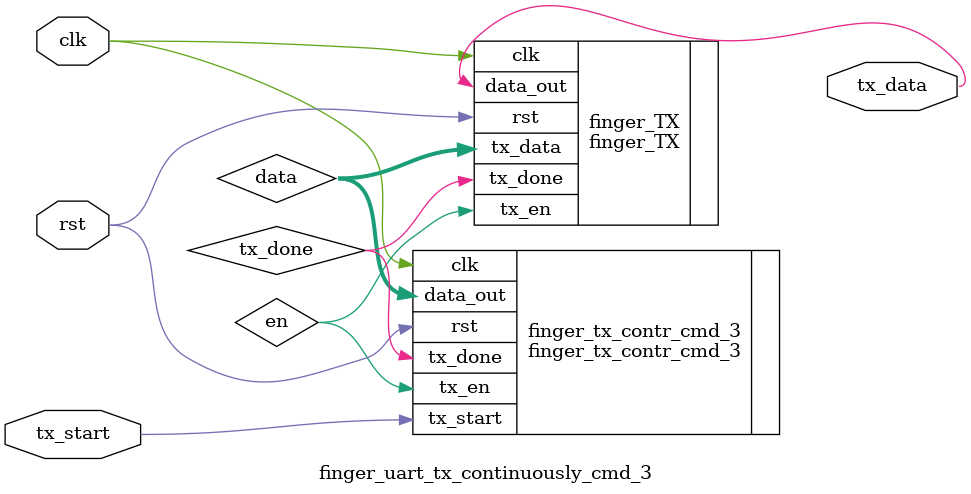
<source format=v>
`timescale 1ns / 1ps
module finger_uart_tx_continuously_cmd_3(
	input clk,
	input rst,
	input tx_start,
	output tx_data
    );
	
	wire [7:0] data;
	wire en;
	wire tx_done;

	
	
	finger_TX finger_TX(
    .clk(clk),
    .rst(rst),
    .tx_data(data),
    .tx_en(en),
	.tx_done(tx_done),
    .data_out(tx_data)
    );
	
	
	finger_tx_contr_cmd_3 finger_tx_contr_cmd_3(
	.clk(clk),
	.rst(rst),
	.tx_start(tx_start),
	.tx_done(tx_done),
	.tx_en(en),
	.data_out(data)
    );

endmodule

</source>
